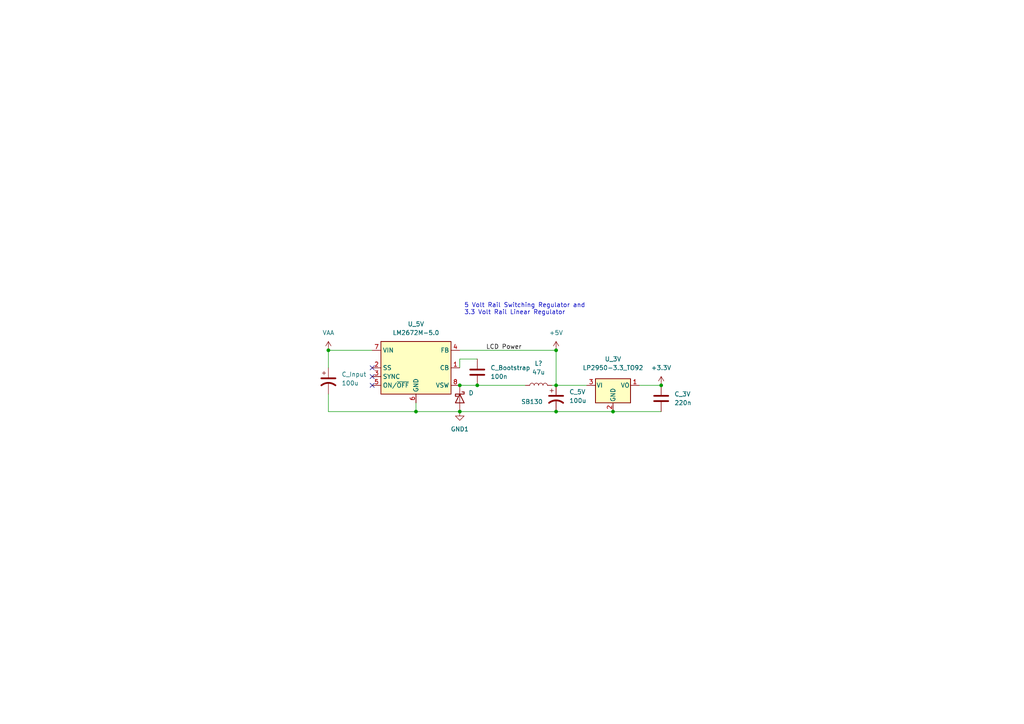
<source format=kicad_sch>
(kicad_sch (version 20211123) (generator eeschema)
  (paper "A4")
  (lib_symbols
    (symbol "Device:C" (pin_numbers hide) (pin_names (offset 0.254))
      (property "Reference" "C" (at 0.635 2.54 0))
      (property "Value" "C" (at 0.635 -2.54 0))
      (symbol "C_0_1"
        (polyline (pts (xy -2.032 -0.762) (xy 2.032 -0.762)) (stroke (width 0.508)))
        (polyline (pts (xy -2.032 0.762) (xy 2.032 0.762)) (stroke (width 0.508)))
      )
      (symbol "C_1_1"
        (pin passive line (at 0 3.81 270) (length 2.794) (name "~") (number "1"))
        (pin passive line (at 0 -3.81 90) (length 2.794) (name "~") (number "2"))
      )
    )
    (symbol "Device:C_Polarized_US" (pin_numbers hide) (pin_names (offset 0.254) hide)
      (property "Reference" "C" (at 0.635 2.54 0))
      (property "Value" "C_Polarized_US" (at 0.635 -2.54 0))
      (symbol "C_Polarized_US_0_1"
        (polyline (pts (xy -2.032 0.762) (xy 2.032 0.762)) (stroke (width 0.508)))
        (polyline (pts (xy -1.778 2.286) (xy -0.762 2.286)))
        (polyline (pts (xy -1.27 1.778) (xy -1.27 2.794)))
        (arc (start 2.032 -1.27) (mid 0 -0.5572) (end -2.032 -1.27) (stroke (width 0.508)))
      )
      (symbol "C_Polarized_US_1_1"
        (pin passive line (at 0 3.81 270) (length 2.794) (name "~") (number "1"))
        (pin passive line (at 0 -3.81 90) (length 3.302) (name "~") (number "2"))
      )
    )
    (symbol "Device:L" (pin_numbers hide) (pin_names (offset 1.016) hide)
      (property "Reference" "L" (at -1.27 0 90))
      (property "Value" "L" (at 1.905 0 90))
      (symbol "L_0_1"
        (arc (start 0 -2.54) (mid 0.635 -1.905) (end 0 -1.27))
        (arc (start 0 -1.27) (mid 0.635 -0.635) (end 0 0))
        (arc (start 0 0) (mid 0.635 0.635) (end 0 1.27))
        (arc (start 0 1.27) (mid 0.635 1.905) (end 0 2.54))
      )
      (symbol "L_1_1"
        (pin passive line (at 0 3.81 270) (length 1.27) (name "1") (number "1"))
        (pin passive line (at 0 -3.81 90) (length 1.27) (name "2") (number "2"))
      )
    )
    (symbol "Diode:SB130" (pin_numbers hide) (pin_names (offset 1.016) hide)
      (property "Reference" "D" (at 0 2.54 0))
      (property "Value" "SB130" (at 0 -2.54 0))
      (symbol "SB130_0_1"
        (polyline (pts (xy 1.27 0) (xy -1.27 0)))
        (polyline (pts (xy 1.27 1.27) (xy 1.27 -1.27) (xy -1.27 0) (xy 1.27 1.27)) (stroke (width 0.254)))
        (polyline (pts (xy -1.905 0.635) (xy -1.905 1.27) (xy -1.27 1.27) (xy -1.27 -1.27) (xy -0.635 -1.27) (xy -0.635 -0.635)) (stroke (width 0.254)))
      )
      (symbol "SB130_1_1"
        (pin passive line (at -3.81 0 0) (length 2.54) (name "K") (number "1"))
        (pin passive line (at 3.81 0 180) (length 2.54) (name "A") (number "2"))
      )
    )
    (symbol "Regulator_Linear:LP2950-3.3_TO92" (pin_names (offset 0.254))
      (property "Reference" "U" (at -3.81 3.175 0))
      (property "Value" "LP2950-3.3_TO92" (at 0 3.175 0))
      (symbol "LP2950-3.3_TO92_0_1"
        (rectangle (start -5.08 -5.08) (end 5.08 1.905) (stroke (width 0.254)) (fill (type background)))
      )
      (symbol "LP2950-3.3_TO92_1_1"
        (pin power_out line (at 7.62 0 180) (length 2.54) (name "VO") (number "1"))
        (pin power_in line (at 0 -7.62 90) (length 2.54) (name "GND") (number "2"))
        (pin power_in line (at -7.62 0 0) (length 2.54) (name "VI") (number "3"))
      )
    )
    (symbol "Regulator_Switching:LM2672M-5.0"
      (property "Reference" "U" (at -10.16 8.89 0))
      (property "Value" "LM2672M-5.0" (at 0 8.89 0))
      (symbol "LM2672M-5.0_0_1"
        (rectangle (start -10.16 7.62) (end 10.16 -7.62) (stroke (width 0.254)) (fill (type background)))
      )
      (symbol "LM2672M-5.0_1_1"
        (pin input line (at 12.7 0 180) (length 2.54) (name "CB") (number "1"))
        (pin input line (at -12.7 0 0) (length 2.54) (name "SS") (number "2"))
        (pin input line (at -12.7 -2.54 0) (length 2.54) (name "SYNC") (number "3"))
        (pin input line (at 12.7 5.08 180) (length 2.54) (name "FB") (number "4"))
        (pin input line (at -12.7 -5.08 0) (length 2.54) (name "ON/~{OFF}") (number "5"))
        (pin power_in line (at 0 -10.16 90) (length 2.54) (name "GND") (number "6"))
        (pin power_in line (at -12.7 5.08 0) (length 2.54) (name "VIN") (number "7"))
        (pin output line (at 12.7 -5.08 180) (length 2.54) (name "VSW") (number "8"))
      )
    )
    (symbol "power:+3.3V" (power) (pin_names (offset 0))
      (property "Value" "+3.3V" (at 0 3.556 0))
      (symbol "+3.3V_0_1"
        (polyline (pts (xy -0.762 1.27) (xy 0 2.54)))
        (polyline (pts (xy 0 0) (xy 0 2.54)))
        (polyline (pts (xy 0 2.54) (xy 0.762 1.27)))
      )
      (symbol "+3.3V_1_1"
        (pin power_in line (at 0 0 90) (length 0) hide (name "+3.3V") (number "1"))
      )
    )
    (symbol "power:+5V" (power) (pin_names (offset 0))
      (property "Value" "+5V" (at 0 3.556 0))
      (symbol "+5V_0_1"
        (polyline (pts (xy -0.762 1.27) (xy 0 2.54)))
        (polyline (pts (xy 0 0) (xy 0 2.54)))
        (polyline (pts (xy 0 2.54) (xy 0.762 1.27)))
      )
      (symbol "+5V_1_1"
        (pin power_in line (at 0 0 90) (length 0) hide (name "+5V") (number "1"))
      )
    )
    (symbol "power:GND1" (power) (pin_names (offset 0))
      (property "Value" "GND1" (at 0 -3.81 0))
      (symbol "GND1_0_1"
        (polyline (pts (xy 0 0) (xy 0 -1.27) (xy 1.27 -1.27) (xy 0 -2.54) (xy -1.27 -1.27) (xy 0 -1.27)))
      )
      (symbol "GND1_1_1"
        (pin power_in line (at 0 0 270) (length 0) hide (name "GND1") (number "1"))
      )
    )
    (symbol "power:VAA" (power) (pin_names (offset 0))
      (property "Value" "VAA" (at 0 3.81 0))
      (symbol "VAA_0_1"
        (polyline (pts (xy -0.762 1.27) (xy 0 2.54)))
        (polyline (pts (xy 0 0) (xy 0 2.54)))
        (polyline (pts (xy 0 2.54) (xy 0.762 1.27)))
      )
      (symbol "VAA_1_1"
        (pin power_in line (at 0 0 90) (length 0) hide (name "VAA") (number "1"))
      )
    )
  )
  (junction (at 95.25 101.6))
  (junction (at 120.65 119.38))
  (junction (at 138.43 111.76))
  (junction (at 161.29 111.76))
  (junction (at 191.77 111.76))
  (junction (at 161.29 101.6))
  (junction (at 133.35 111.76))
  (junction (at 133.35 119.38))
  (junction (at 161.29 119.38))
  (junction (at 177.8 119.38))
  (no_connect (at 107.95 111.76))
  (no_connect (at 107.95 109.22))
  (no_connect (at 107.95 106.68))
  (wire (pts (xy 185.42 111.76) (xy 191.77 111.76)))
  (wire (pts (xy 95.25 101.6) (xy 95.25 106.68)))
  (wire (pts (xy 95.25 114.3) (xy 95.25 119.38)))
  (wire (pts (xy 133.35 119.38) (xy 120.65 119.38)))
  (wire (pts (xy 133.35 119.38) (xy 161.29 119.38)))
  (wire (pts (xy 95.25 101.6) (xy 107.95 101.6)))
  (wire (pts (xy 160.02 111.76) (xy 161.29 111.76)))
  (wire (pts (xy 95.25 119.38) (xy 120.65 119.38)))
  (wire (pts (xy 133.35 111.76) (xy 138.43 111.76)))
  (wire (pts (xy 161.29 111.76) (xy 161.29 101.6)))
  (wire (pts (xy 161.29 119.38) (xy 177.8 119.38)))
  (wire (pts (xy 161.29 111.76) (xy 170.18 111.76)))
  (wire (pts (xy 152.4 111.76) (xy 138.43 111.76)))
  (wire (pts (xy 133.35 104.14) (xy 133.35 106.68)))
  (wire (pts (xy 138.43 104.14) (xy 133.35 104.14)))
  (wire (pts (xy 177.8 119.38) (xy 191.77 119.38)))
  (wire (pts (xy 161.29 101.6) (xy 133.35 101.6)))
  (wire (pts (xy 120.65 119.38) (xy 120.65 116.84)))
  (text "5 Volt Rail Switching Regulator and\n3.3 Volt Rail Linear Regulator" (at 134.62 91.44 0) (effects (font (size 1.27 1.27)) (justify left bottom)))
  (label "LCD Power" (at 140.97 101.6 0))
  (symbol (lib_id "Regulator_Switching:LM2672M-5.0") (at 120.65 106.68 0) (unit 1)
    (property "Reference" "U_5V" (at 120.65 93.98 0))
    (property "Value" "LM2672M-5.0" (at 120.65 96.52 0))
    (property "Footprint" "Package_SO:SOIC-8_3.9x4.9mm_P1.27mm" (effects hide))
    (property "Datasheet" "http://www.ti.com/lit/ds/symlink/lm2672.pdf" (effects hide))
  )
  (symbol (lib_id "Device:C") (at 191.77 115.57 0) (unit 1)
    (property "Reference" "C_3V" (at 195.58 114.2999 0) (effects (justify left)))
    (property "Value" "220n" (at 195.58 116.8399 0) (effects (justify left)))
    (property "Footprint" "Capacitor_SMD:C_1210_3225Metric" (effects hide))
  )
  (symbol (lib_id "Device:L") (at 156.21 111.76 90) (unit 1)
    (property "Reference" "L?" (at 156.21 105.41 90))
    (property "Value" "47u" (at 156.21 107.95 90))
    (property "Footprint" "Inductor_SMD:L_1210_3225Metric" (effects hide))
  )
  (symbol (lib_id "Regulator_Linear:LP2950-3.3_TO92") (at 177.8 111.76 0) (unit 1)
    (property "Reference" "U_3V" (at 177.8 104.14 0))
    (property "Value" "LP2950-3.3_TO92" (at 177.8 106.68 0))
    (property "Footprint" "Package_TO_SOT_THT:TO-92_Inline" (effects hide))
    (property "Datasheet" "http://www.ti.com/lit/ds/symlink/lp2950.pdf" (effects hide))
  )
  (symbol (lib_id "Device:C") (at 138.43 107.95 0) (unit 1)
    (property "Reference" "C_Bootstrap" (at 142.24 106.6799 0) (effects (justify left)))
    (property "Value" "100n" (at 142.24 109.2199 0) (effects (justify left)))
    (property "Footprint" "Capacitor_SMD:C_1210_3225Metric" (effects hide))
  )
  (symbol (lib_id "power:GND1") (at 133.35 119.38 0) (unit 1)
    (property "Reference" "#PWR?" (effects hide))
    (property "Value" "GND1" (at 133.35 124.46 0))
  )
  (symbol (lib_id "power:+3.3V") (at 191.77 111.76 0) (unit 1)
    (property "Reference" "#PWR?" (effects hide))
    (property "Value" "+3.3V" (at 191.77 106.68 0))
  )
  (symbol (lib_id "Diode:SB130") (at 133.35 115.57 270) (unit 1)
    (property "Reference" "D" (at 135.89 113.9824 90) (effects (justify left)))
    (property "Value" "SB130" (at 151.13 116.5224 90) (effects (justify left)))
    (property "Footprint" "Diode_THT:D_DO-41_SOD81_P10.16mm_Horizontal" (effects hide))
    (property "Datasheet" "http://www.diodes.com/_files/datasheets/ds23022.pdf" (effects hide))
  )
  (symbol (lib_id "power:VAA") (at 95.25 101.6 0) (unit 1)
    (property "Reference" "#PWR?" (effects hide))
    (property "Value" "VAA" (at 95.25 96.52 0))
  )
  (symbol (lib_id "Device:C_Polarized_US") (at 161.29 115.57 0) (unit 1)
    (property "Reference" "C_5V" (at 165.1 113.6649 0) (effects (justify left)))
    (property "Value" "100u" (at 165.1 116.2049 0) (effects (justify left)))
    (property "Footprint" "Capacitor_THT:CP_Radial_D12.5mm_P5.00mm" (effects hide))
  )
  (symbol (lib_id "power:+5V") (at 161.29 101.6 0) (unit 1)
    (property "Reference" "#PWR?" (effects hide))
    (property "Value" "+5V" (at 161.29 96.52 0))
  )
  (symbol (lib_id "Device:C_Polarized_US") (at 95.25 110.49 0) (unit 1)
    (property "Reference" "C_Input" (at 99.06 108.5849 0) (effects (justify left)))
    (property "Value" "100u" (at 99.06 111.1249 0) (effects (justify left)))
    (property "Footprint" "Capacitor_THT:CP_Radial_D12.5mm_P5.00mm" (effects hide))
  )
)
</source>
